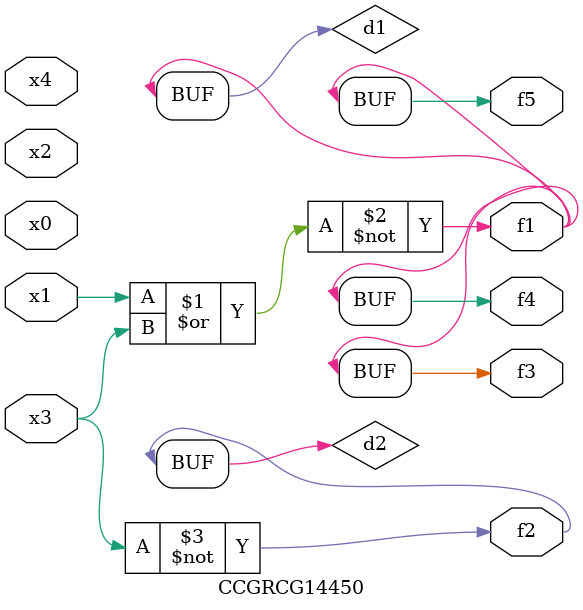
<source format=v>
module CCGRCG14450(
	input x0, x1, x2, x3, x4,
	output f1, f2, f3, f4, f5
);

	wire d1, d2;

	nor (d1, x1, x3);
	not (d2, x3);
	assign f1 = d1;
	assign f2 = d2;
	assign f3 = d1;
	assign f4 = d1;
	assign f5 = d1;
endmodule

</source>
